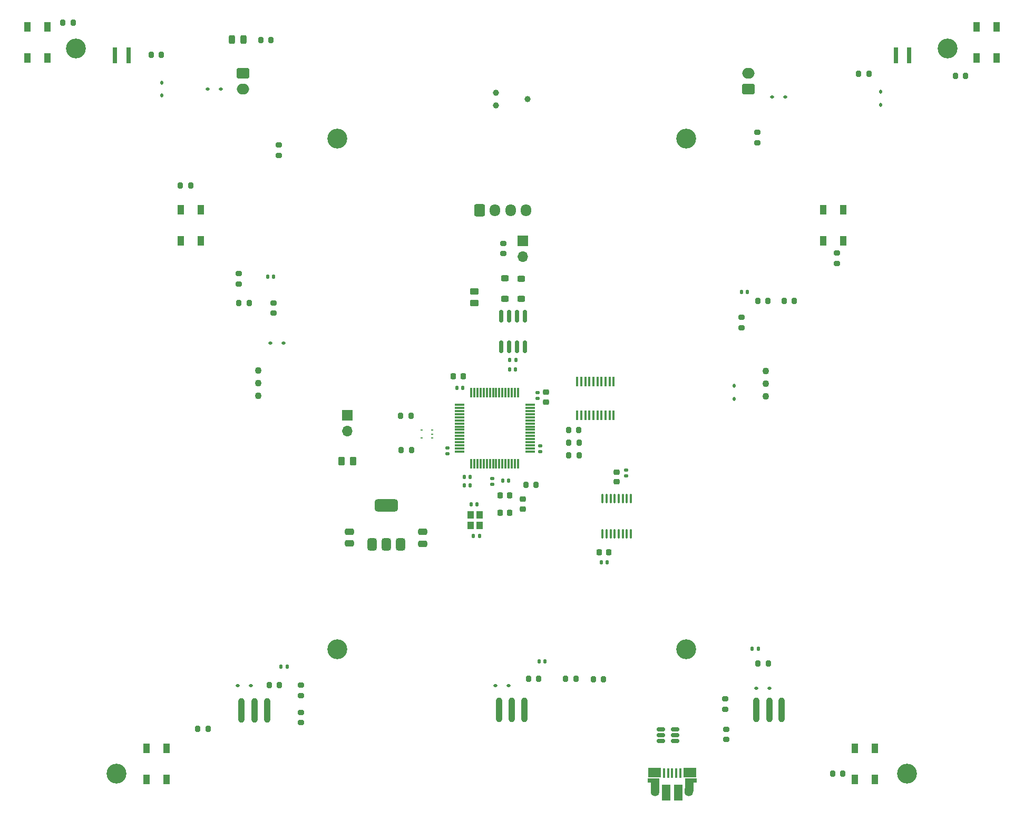
<source format=gts>
G04 #@! TF.GenerationSoftware,KiCad,Pcbnew,8.0.2*
G04 #@! TF.CreationDate,2025-02-01T23:04:16-07:00*
G04 #@! TF.ProjectId,steering wheel v4,73746565-7269-46e6-9720-776865656c20,rev?*
G04 #@! TF.SameCoordinates,Original*
G04 #@! TF.FileFunction,Soldermask,Top*
G04 #@! TF.FilePolarity,Negative*
%FSLAX46Y46*%
G04 Gerber Fmt 4.6, Leading zero omitted, Abs format (unit mm)*
G04 Created by KiCad (PCBNEW 8.0.2) date 2025-02-01 23:04:16*
%MOMM*%
%LPD*%
G01*
G04 APERTURE LIST*
G04 Aperture macros list*
%AMRoundRect*
0 Rectangle with rounded corners*
0 $1 Rounding radius*
0 $2 $3 $4 $5 $6 $7 $8 $9 X,Y pos of 4 corners*
0 Add a 4 corners polygon primitive as box body*
4,1,4,$2,$3,$4,$5,$6,$7,$8,$9,$2,$3,0*
0 Add four circle primitives for the rounded corners*
1,1,$1+$1,$2,$3*
1,1,$1+$1,$4,$5*
1,1,$1+$1,$6,$7*
1,1,$1+$1,$8,$9*
0 Add four rect primitives between the rounded corners*
20,1,$1+$1,$2,$3,$4,$5,0*
20,1,$1+$1,$4,$5,$6,$7,0*
20,1,$1+$1,$6,$7,$8,$9,0*
20,1,$1+$1,$8,$9,$2,$3,0*%
G04 Aperture macros list end*
%ADD10RoundRect,0.140000X-0.140000X-0.170000X0.140000X-0.170000X0.140000X0.170000X-0.140000X0.170000X0*%
%ADD11RoundRect,0.225000X-0.225000X-0.250000X0.225000X-0.250000X0.225000X0.250000X-0.225000X0.250000X0*%
%ADD12RoundRect,0.250000X0.475000X-0.250000X0.475000X0.250000X-0.475000X0.250000X-0.475000X-0.250000X0*%
%ADD13RoundRect,0.200000X-0.200000X-0.275000X0.200000X-0.275000X0.200000X0.275000X-0.200000X0.275000X0*%
%ADD14R,1.000000X1.150000*%
%ADD15C,3.200000*%
%ADD16R,1.700000X1.700000*%
%ADD17O,1.700000X1.700000*%
%ADD18RoundRect,0.112500X-0.112500X0.187500X-0.112500X-0.187500X0.112500X-0.187500X0.112500X0.187500X0*%
%ADD19RoundRect,0.200000X-0.275000X0.200000X-0.275000X-0.200000X0.275000X-0.200000X0.275000X0.200000X0*%
%ADD20RoundRect,0.140000X0.170000X-0.140000X0.170000X0.140000X-0.170000X0.140000X-0.170000X-0.140000X0*%
%ADD21RoundRect,0.200000X0.200000X0.275000X-0.200000X0.275000X-0.200000X-0.275000X0.200000X-0.275000X0*%
%ADD22R,1.000000X1.600000*%
%ADD23RoundRect,0.200000X0.275000X-0.200000X0.275000X0.200000X-0.275000X0.200000X-0.275000X-0.200000X0*%
%ADD24RoundRect,0.218750X-0.256250X0.218750X-0.256250X-0.218750X0.256250X-0.218750X0.256250X0.218750X0*%
%ADD25R,0.400000X1.650000*%
%ADD26R,1.825000X0.700000*%
%ADD27R,2.000000X1.500000*%
%ADD28R,1.350000X2.000000*%
%ADD29O,1.350000X1.700000*%
%ADD30O,1.100000X1.500000*%
%ADD31R,1.430000X2.500000*%
%ADD32C,1.100000*%
%ADD33RoundRect,0.100000X0.100000X-0.637500X0.100000X0.637500X-0.100000X0.637500X-0.100000X-0.637500X0*%
%ADD34RoundRect,0.245000X0.380000X-0.245000X0.380000X0.245000X-0.380000X0.245000X-0.380000X-0.245000X0*%
%ADD35RoundRect,0.112500X0.112500X-0.187500X0.112500X0.187500X-0.112500X0.187500X-0.112500X-0.187500X0*%
%ADD36RoundRect,0.250000X0.450000X-0.262500X0.450000X0.262500X-0.450000X0.262500X-0.450000X-0.262500X0*%
%ADD37RoundRect,0.225000X0.250000X-0.225000X0.250000X0.225000X-0.250000X0.225000X-0.250000X-0.225000X0*%
%ADD38RoundRect,0.112500X0.187500X0.112500X-0.187500X0.112500X-0.187500X-0.112500X0.187500X-0.112500X0*%
%ADD39RoundRect,0.140000X-0.170000X0.140000X-0.170000X-0.140000X0.170000X-0.140000X0.170000X0.140000X0*%
%ADD40RoundRect,0.112500X-0.187500X-0.112500X0.187500X-0.112500X0.187500X0.112500X-0.187500X0.112500X0*%
%ADD41RoundRect,0.375000X0.375000X-0.625000X0.375000X0.625000X-0.375000X0.625000X-0.375000X-0.625000X0*%
%ADD42RoundRect,0.500000X1.400000X-0.500000X1.400000X0.500000X-1.400000X0.500000X-1.400000X-0.500000X0*%
%ADD43RoundRect,0.150000X0.512500X0.150000X-0.512500X0.150000X-0.512500X-0.150000X0.512500X-0.150000X0*%
%ADD44R,0.450000X1.500000*%
%ADD45RoundRect,0.150000X0.150000X-0.825000X0.150000X0.825000X-0.150000X0.825000X-0.150000X-0.825000X0*%
%ADD46R,0.750000X2.630000*%
%ADD47RoundRect,0.250000X-0.600000X-0.725000X0.600000X-0.725000X0.600000X0.725000X-0.600000X0.725000X0*%
%ADD48O,1.700000X1.950000*%
%ADD49RoundRect,0.250000X-0.750000X0.600000X-0.750000X-0.600000X0.750000X-0.600000X0.750000X0.600000X0*%
%ADD50O,2.000000X1.700000*%
%ADD51RoundRect,0.500000X0.000010X1.500000X-0.000010X1.500000X-0.000010X-1.500000X0.000010X-1.500000X0*%
%ADD52RoundRect,0.075000X0.075000X-0.700000X0.075000X0.700000X-0.075000X0.700000X-0.075000X-0.700000X0*%
%ADD53RoundRect,0.075000X0.700000X-0.075000X0.700000X0.075000X-0.700000X0.075000X-0.700000X-0.075000X0*%
%ADD54RoundRect,0.250000X0.262500X0.450000X-0.262500X0.450000X-0.262500X-0.450000X0.262500X-0.450000X0*%
%ADD55RoundRect,0.140000X0.140000X0.170000X-0.140000X0.170000X-0.140000X-0.170000X0.140000X-0.170000X0*%
%ADD56R,0.425000X0.200000*%
%ADD57RoundRect,0.245000X-0.380000X0.245000X-0.380000X-0.245000X0.380000X-0.245000X0.380000X0.245000X0*%
%ADD58RoundRect,0.250000X0.750000X-0.600000X0.750000X0.600000X-0.750000X0.600000X-0.750000X-0.600000X0*%
%ADD59RoundRect,0.243750X-0.243750X-0.456250X0.243750X-0.456250X0.243750X0.456250X-0.243750X0.456250X0*%
%ADD60C,0.990600*%
G04 APERTURE END LIST*
D10*
X166286122Y-113562913D03*
X167246122Y-113562913D03*
D11*
X150071122Y-102762913D03*
X151621122Y-102762913D03*
D12*
X125871122Y-110512913D03*
X125871122Y-108612913D03*
D11*
X150021122Y-105562913D03*
X151571122Y-105562913D03*
D13*
X154196122Y-101087913D03*
X155846122Y-101087913D03*
D14*
X145346122Y-105887913D03*
X145346122Y-107637913D03*
X146746122Y-107637913D03*
X146746122Y-105887913D03*
D15*
X179921122Y-45487913D03*
X123921122Y-127500000D03*
D13*
X195671122Y-71537913D03*
X197321122Y-71537913D03*
D16*
X125471122Y-89922913D03*
D17*
X125471122Y-92462913D03*
D13*
X223171122Y-35412913D03*
X224821122Y-35412913D03*
D15*
X221921122Y-30987913D03*
D18*
X95700000Y-36450000D03*
X95700000Y-38550000D03*
D19*
X186246122Y-135475413D03*
X186246122Y-137125413D03*
D20*
X148796122Y-100992913D03*
X148796122Y-100032913D03*
D15*
X123921122Y-45487913D03*
D21*
X103125000Y-140300000D03*
X101475000Y-140300000D03*
D22*
X93250000Y-148400000D03*
X93250000Y-143400000D03*
X96450000Y-143400000D03*
X96450000Y-148400000D03*
D10*
X143116122Y-85487913D03*
X144076122Y-85487913D03*
D19*
X186346122Y-140337913D03*
X186346122Y-141987913D03*
D23*
X108071122Y-68800413D03*
X108071122Y-67150413D03*
D13*
X203475000Y-147500000D03*
X205125000Y-147500000D03*
D21*
X135721122Y-89987913D03*
X134071122Y-89987913D03*
D24*
X153696122Y-103387913D03*
X153696122Y-104962913D03*
D25*
X176375000Y-147400000D03*
X177025000Y-147400000D03*
X177675000Y-147400000D03*
X178325000Y-147400000D03*
X178975000Y-147400000D03*
D26*
X174725000Y-148600000D03*
D27*
X174825000Y-147300000D03*
D28*
X174945000Y-149350000D03*
D29*
X174945000Y-150280000D03*
D30*
X175255000Y-147280000D03*
D31*
X176715000Y-150550000D03*
X178635000Y-150550000D03*
D30*
X180095000Y-147280000D03*
D29*
X180405000Y-150280000D03*
D28*
X180425000Y-149350000D03*
D27*
X180575000Y-147280000D03*
D26*
X180675000Y-148600000D03*
D16*
X153700000Y-61900000D03*
D17*
X153700000Y-64440000D03*
D13*
X207671122Y-35087913D03*
X209321122Y-35087913D03*
D32*
X192721122Y-82837913D03*
X192721122Y-84837913D03*
X192721122Y-86837913D03*
D22*
X205175000Y-56900000D03*
X205175000Y-61900000D03*
X201975000Y-61900000D03*
X201975000Y-56900000D03*
D33*
X166496122Y-108987913D03*
X167146122Y-108987913D03*
X167796122Y-108987913D03*
X168446122Y-108987913D03*
X169096122Y-108987913D03*
X169746122Y-108987913D03*
X170396122Y-108987913D03*
X171046122Y-108987913D03*
X171046122Y-103262913D03*
X170396122Y-103262913D03*
X169746122Y-103262913D03*
X169096122Y-103262913D03*
X168446122Y-103262913D03*
X167796122Y-103262913D03*
X167146122Y-103262913D03*
X166496122Y-103262913D03*
D23*
X204200000Y-65525000D03*
X204200000Y-63875000D03*
D34*
X150825000Y-71160000D03*
X150825000Y-67940000D03*
D35*
X187675000Y-87287500D03*
X187675000Y-85187500D03*
D36*
X145896122Y-71837913D03*
X145896122Y-70012913D03*
D37*
X157421122Y-87762913D03*
X157421122Y-86212913D03*
D38*
X195850000Y-38787913D03*
X193750000Y-38787913D03*
D21*
X100325000Y-53000000D03*
X98675000Y-53000000D03*
D39*
X141571122Y-95162913D03*
X141571122Y-96122913D03*
D21*
X135796122Y-95512913D03*
X134146122Y-95512913D03*
D40*
X113150000Y-78300000D03*
X115250000Y-78300000D03*
D22*
X98770000Y-61885000D03*
X98770000Y-56885000D03*
X101970000Y-56885000D03*
X101970000Y-61885000D03*
D41*
X129471122Y-110687913D03*
X131771122Y-110687913D03*
D42*
X131771122Y-104387913D03*
D41*
X134071122Y-110687913D03*
D21*
X156271122Y-132237913D03*
X154621122Y-132237913D03*
D23*
X150550000Y-63950000D03*
X150550000Y-62300000D03*
D10*
X145411122Y-104187913D03*
X146371122Y-104187913D03*
D43*
X178137500Y-142256043D03*
X178137500Y-141306043D03*
X178137500Y-140356043D03*
X175862500Y-140356043D03*
X175862500Y-141306043D03*
X175862500Y-142256043D03*
D10*
X144261122Y-101162913D03*
X145221122Y-101162913D03*
D44*
X162450000Y-89900000D03*
X163100000Y-89900000D03*
X163750000Y-89900000D03*
X164400000Y-89900000D03*
X165050000Y-89900000D03*
X165700000Y-89900000D03*
X166350000Y-89900000D03*
X167000000Y-89900000D03*
X167650000Y-89900000D03*
X168300000Y-89900000D03*
X168300000Y-84500000D03*
X167650000Y-84500000D03*
X167000000Y-84500000D03*
X166350000Y-84500000D03*
X165700000Y-84500000D03*
X165050000Y-84500000D03*
X164400000Y-84525000D03*
X163750000Y-84500000D03*
X163100000Y-84500000D03*
X162450000Y-84500000D03*
D20*
X170271122Y-99662913D03*
X170271122Y-98702913D03*
D13*
X111608622Y-29612913D03*
X113258622Y-29612913D03*
D45*
X150186122Y-78912913D03*
X151456122Y-78912913D03*
X152726122Y-78912913D03*
X153996122Y-78912913D03*
X153996122Y-73962913D03*
X152726122Y-73962913D03*
X151456122Y-73962913D03*
X150186122Y-73962913D03*
D22*
X229800000Y-27500000D03*
X229800000Y-32500000D03*
X226600000Y-32500000D03*
X226600000Y-27500000D03*
D46*
X213598622Y-32095413D03*
X215728622Y-32095413D03*
D47*
X146721122Y-56937913D03*
D48*
X149221122Y-56937913D03*
X151721122Y-56937913D03*
X154221122Y-56937913D03*
D21*
X95646122Y-31987913D03*
X93996122Y-31987913D03*
D18*
X211171122Y-37950000D03*
X211171122Y-40050000D03*
D49*
X108721122Y-34987913D03*
D50*
X108721122Y-37487913D03*
D51*
X195296122Y-137237913D03*
X193296122Y-137237913D03*
X191196122Y-137237913D03*
D19*
X118071122Y-133275413D03*
X118071122Y-134925413D03*
D12*
X137621122Y-110537913D03*
X137621122Y-108637913D03*
D15*
X88421122Y-147487913D03*
D10*
X150446122Y-100412913D03*
X151406122Y-100412913D03*
D11*
X142546122Y-83612913D03*
X144096122Y-83612913D03*
D51*
X153946122Y-137212913D03*
X151946122Y-137212913D03*
X149846122Y-137212913D03*
D46*
X90336122Y-32112913D03*
X88206122Y-32112913D03*
D13*
X161071122Y-96387913D03*
X162721122Y-96387913D03*
D52*
X145421122Y-97662913D03*
X145921122Y-97662913D03*
X146421122Y-97662913D03*
X146921122Y-97662913D03*
X147421122Y-97662913D03*
X147921122Y-97662913D03*
X148421122Y-97662913D03*
X148921122Y-97662913D03*
X149421122Y-97662913D03*
X149921122Y-97662913D03*
X150421122Y-97662913D03*
X150921122Y-97662913D03*
X151421122Y-97662913D03*
X151921122Y-97662913D03*
X152421122Y-97662913D03*
X152921122Y-97662913D03*
D53*
X154846122Y-95737913D03*
X154846122Y-95237913D03*
X154846122Y-94737913D03*
X154846122Y-94237913D03*
X154846122Y-93737913D03*
X154846122Y-93237913D03*
X154846122Y-92737913D03*
X154846122Y-92237913D03*
X154846122Y-91737913D03*
X154846122Y-91237913D03*
X154846122Y-90737913D03*
X154846122Y-90237913D03*
X154846122Y-89737913D03*
X154846122Y-89237913D03*
X154846122Y-88737913D03*
X154846122Y-88237913D03*
D52*
X152921122Y-86312913D03*
X152421122Y-86312913D03*
X151921122Y-86312913D03*
X151421122Y-86312913D03*
X150921122Y-86312913D03*
X150421122Y-86312913D03*
X149921122Y-86312913D03*
X149421122Y-86312913D03*
X148921122Y-86312913D03*
X148421122Y-86312913D03*
X147921122Y-86312913D03*
X147421122Y-86312913D03*
X146921122Y-86312913D03*
X146421122Y-86312913D03*
X145921122Y-86312913D03*
X145421122Y-86312913D03*
D53*
X143496122Y-88237913D03*
X143496122Y-88737913D03*
X143496122Y-89237913D03*
X143496122Y-89737913D03*
X143496122Y-90237913D03*
X143496122Y-90737913D03*
X143496122Y-91237913D03*
X143496122Y-91737913D03*
X143496122Y-92237913D03*
X143496122Y-92737913D03*
X143496122Y-93237913D03*
X143496122Y-93737913D03*
X143496122Y-94237913D03*
X143496122Y-94737913D03*
X143496122Y-95237913D03*
X143496122Y-95737913D03*
D21*
X162746122Y-94287913D03*
X161096122Y-94287913D03*
D40*
X149296122Y-133362913D03*
X151396122Y-133362913D03*
D10*
X151611122Y-81012913D03*
X152571122Y-81012913D03*
D13*
X160595000Y-132260000D03*
X162245000Y-132260000D03*
D11*
X165971122Y-111962913D03*
X167521122Y-111962913D03*
D19*
X113646122Y-71850413D03*
X113646122Y-73500413D03*
D15*
X215421122Y-147487913D03*
D22*
X74125000Y-32500000D03*
X74125000Y-27500000D03*
X77325000Y-27500000D03*
X77325000Y-32500000D03*
D13*
X191421122Y-71512913D03*
X193071122Y-71512913D03*
D10*
X151586122Y-82537913D03*
X152546122Y-82537913D03*
X188841122Y-70112913D03*
X189801122Y-70112913D03*
D15*
X179921122Y-127500000D03*
D21*
X109733622Y-71887913D03*
X108083622Y-71887913D03*
D54*
X126421122Y-97262913D03*
X124596122Y-97262913D03*
D19*
X188821122Y-74200413D03*
X188821122Y-75850413D03*
D37*
X168771122Y-100612913D03*
X168771122Y-99062913D03*
D40*
X103075000Y-37525000D03*
X105175000Y-37525000D03*
D23*
X114521122Y-48137913D03*
X114521122Y-46487913D03*
D55*
X146735000Y-109284999D03*
X145775000Y-109284999D03*
D56*
X139121122Y-93587913D03*
X139121122Y-92937913D03*
X139121122Y-92287913D03*
X137446122Y-92287913D03*
X137446122Y-93587913D03*
D10*
X144271122Y-99787913D03*
X145231122Y-99787913D03*
D57*
X153475000Y-67965000D03*
X153475000Y-71185000D03*
D20*
X156496122Y-95792913D03*
X156496122Y-94832913D03*
D32*
X111156122Y-86752913D03*
X111156122Y-84752913D03*
X111156122Y-82752913D03*
D39*
X156046122Y-86262913D03*
X156046122Y-87222913D03*
D10*
X114866122Y-130312913D03*
X115826122Y-130312913D03*
D15*
X81921122Y-30987913D03*
D13*
X191471122Y-129812913D03*
X193121122Y-129812913D03*
D55*
X113651122Y-67662913D03*
X112691122Y-67662913D03*
D19*
X118046122Y-137650413D03*
X118046122Y-139300413D03*
D21*
X81450000Y-26800000D03*
X79800000Y-26800000D03*
D13*
X165007500Y-132310000D03*
X166657500Y-132310000D03*
D23*
X191396122Y-46112913D03*
X191396122Y-44462913D03*
D58*
X189921122Y-37487913D03*
D50*
X189921122Y-34987913D03*
D51*
X112596122Y-137287913D03*
X110596122Y-137287913D03*
X108496122Y-137287913D03*
D40*
X107896122Y-133337913D03*
X109996122Y-133337913D03*
D21*
X114608622Y-133237913D03*
X112958622Y-133237913D03*
D13*
X161046122Y-92287913D03*
X162696122Y-92287913D03*
D40*
X191200000Y-133750000D03*
X193300000Y-133750000D03*
D59*
X106950000Y-29587500D03*
X108825000Y-29587500D03*
D10*
X156311122Y-129437913D03*
X157271122Y-129437913D03*
D22*
X210275000Y-143425000D03*
X210275000Y-148425000D03*
X207075000Y-148425000D03*
X207075000Y-143425000D03*
D55*
X191521122Y-127462913D03*
X190561122Y-127462913D03*
D60*
X154461122Y-39087913D03*
X149381122Y-40103913D03*
X149381122Y-38071913D03*
M02*

</source>
